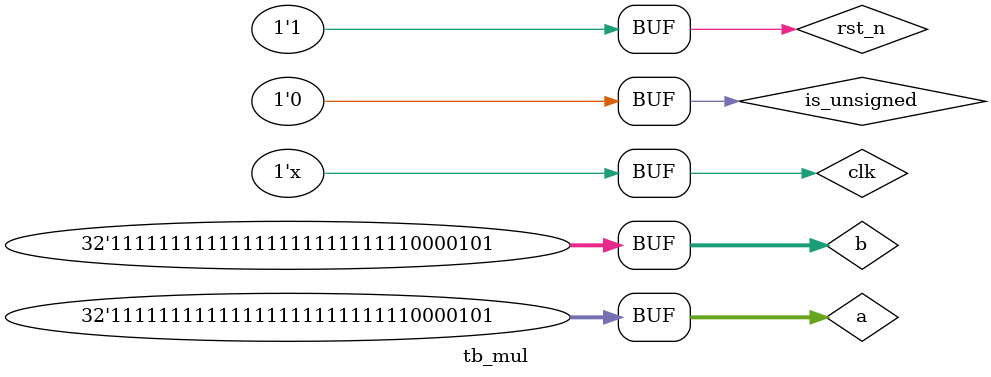
<source format=v>
`timescale 1ns/1ps
module tb_mul;
    parameter WIDTH = 32;
    reg clk, rst_n, is_unsigned;
    reg [WIDTH - 1:0] a, b;
    reg [10:0] count_clock;
    wire [(WIDTH * 2)-1:0] res;

    mul32_v2 mul_inst(
        .clk(clk),
        .rst_n(rst_n),
        .is_unsigned(is_unsigned),
        .a(a),
        .b(b),
        .R(res)
    );

    always #5 clk = ~clk;
    always @(posedge clk or negedge rst_n) begin
        if (~rst_n) begin
            count_clock <= 11'd0;
        end 
        else begin
            count_clock <= count_clock + 1'b1;
        end 
    end 

    initial begin
        clk = 0;
        rst_n = 0;
        is_unsigned = 0;

        #30;
        rst_n = 1;
        a = 32'd3;
        b = -32'd2;
        #10;
        rst_n = 1;
        a = 32'd123;
        b = -32'd2;
        
        #10;
        rst_n = 1;
        a = -32'd123;
        b = -32'd123;
        #100;
    end
endmodule
</source>
